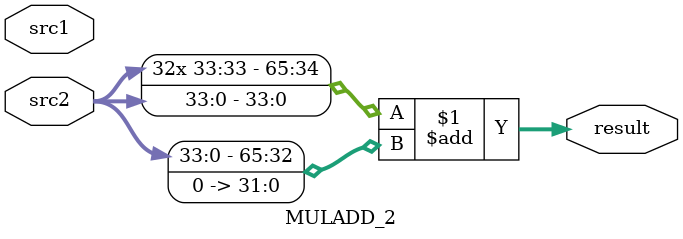
<source format=v>

module MULADD_2 (
  input      [51:0]   src1,
  input      [33:0]   src2,
  output     [65:0]   result
);
  wire       [65:0]   _zz_1_;
  wire       [33:0]   _zz_2_;
  wire       [65:0]   _zz_3_;
  wire       [65:0]   _zz_4_;
  wire       [33:0]   _zz_5_;

  assign _zz_1_ = ($signed(_zz_3_) + $signed(_zz_4_));
  assign _zz_2_ = src2;
  assign _zz_3_ = {{32{_zz_2_[33]}}, _zz_2_};
  assign _zz_4_ = ({32'd0,_zz_5_} <<< 32);
  assign _zz_5_ = src2;
  assign result = _zz_1_;

endmodule
</source>
